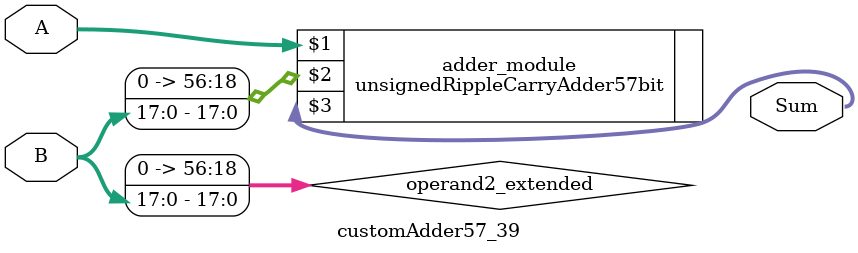
<source format=v>
module customAdder57_39(
                        input [56 : 0] A,
                        input [17 : 0] B,
                        
                        output [57 : 0] Sum
                );

        wire [56 : 0] operand2_extended;
        
        assign operand2_extended =  {39'b0, B};
        
        unsignedRippleCarryAdder57bit adder_module(
            A,
            operand2_extended,
            Sum
        );
        
        endmodule
        
</source>
